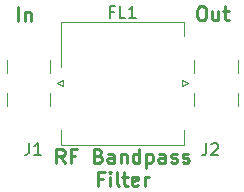
<source format=gbr>
%TF.GenerationSoftware,KiCad,Pcbnew,(6.0.0)*%
%TF.CreationDate,2022-01-16T13:24:38+00:00*%
%TF.ProjectId,RBP-140+,5242502d-3134-4302-9b2e-6b696361645f,rev?*%
%TF.SameCoordinates,Original*%
%TF.FileFunction,Legend,Top*%
%TF.FilePolarity,Positive*%
%FSLAX46Y46*%
G04 Gerber Fmt 4.6, Leading zero omitted, Abs format (unit mm)*
G04 Created by KiCad (PCBNEW (6.0.0)) date 2022-01-16 13:24:38*
%MOMM*%
%LPD*%
G01*
G04 APERTURE LIST*
%ADD10C,0.250000*%
%ADD11C,0.150000*%
%ADD12C,0.120000*%
G04 APERTURE END LIST*
D10*
X141157142Y-94742857D02*
X141157142Y-93542857D01*
X141728571Y-93942857D02*
X141728571Y-94742857D01*
X141728571Y-94057142D02*
X141785714Y-94000000D01*
X141900000Y-93942857D01*
X142071428Y-93942857D01*
X142185714Y-94000000D01*
X142242857Y-94114285D01*
X142242857Y-94742857D01*
X156600000Y-93492857D02*
X156828571Y-93492857D01*
X156942857Y-93550000D01*
X157057142Y-93664285D01*
X157114285Y-93892857D01*
X157114285Y-94292857D01*
X157057142Y-94521428D01*
X156942857Y-94635714D01*
X156828571Y-94692857D01*
X156600000Y-94692857D01*
X156485714Y-94635714D01*
X156371428Y-94521428D01*
X156314285Y-94292857D01*
X156314285Y-93892857D01*
X156371428Y-93664285D01*
X156485714Y-93550000D01*
X156600000Y-93492857D01*
X158142857Y-93892857D02*
X158142857Y-94692857D01*
X157628571Y-93892857D02*
X157628571Y-94521428D01*
X157685714Y-94635714D01*
X157800000Y-94692857D01*
X157971428Y-94692857D01*
X158085714Y-94635714D01*
X158142857Y-94578571D01*
X158542857Y-93892857D02*
X159000000Y-93892857D01*
X158714285Y-93492857D02*
X158714285Y-94521428D01*
X158771428Y-94635714D01*
X158885714Y-94692857D01*
X159000000Y-94692857D01*
X145114285Y-106776857D02*
X144714285Y-106205428D01*
X144428571Y-106776857D02*
X144428571Y-105576857D01*
X144885714Y-105576857D01*
X145000000Y-105634000D01*
X145057142Y-105691142D01*
X145114285Y-105805428D01*
X145114285Y-105976857D01*
X145057142Y-106091142D01*
X145000000Y-106148285D01*
X144885714Y-106205428D01*
X144428571Y-106205428D01*
X146028571Y-106148285D02*
X145628571Y-106148285D01*
X145628571Y-106776857D02*
X145628571Y-105576857D01*
X146200000Y-105576857D01*
X147971428Y-106148285D02*
X148142857Y-106205428D01*
X148200000Y-106262571D01*
X148257142Y-106376857D01*
X148257142Y-106548285D01*
X148200000Y-106662571D01*
X148142857Y-106719714D01*
X148028571Y-106776857D01*
X147571428Y-106776857D01*
X147571428Y-105576857D01*
X147971428Y-105576857D01*
X148085714Y-105634000D01*
X148142857Y-105691142D01*
X148200000Y-105805428D01*
X148200000Y-105919714D01*
X148142857Y-106034000D01*
X148085714Y-106091142D01*
X147971428Y-106148285D01*
X147571428Y-106148285D01*
X149285714Y-106776857D02*
X149285714Y-106148285D01*
X149228571Y-106034000D01*
X149114285Y-105976857D01*
X148885714Y-105976857D01*
X148771428Y-106034000D01*
X149285714Y-106719714D02*
X149171428Y-106776857D01*
X148885714Y-106776857D01*
X148771428Y-106719714D01*
X148714285Y-106605428D01*
X148714285Y-106491142D01*
X148771428Y-106376857D01*
X148885714Y-106319714D01*
X149171428Y-106319714D01*
X149285714Y-106262571D01*
X149857142Y-105976857D02*
X149857142Y-106776857D01*
X149857142Y-106091142D02*
X149914285Y-106034000D01*
X150028571Y-105976857D01*
X150200000Y-105976857D01*
X150314285Y-106034000D01*
X150371428Y-106148285D01*
X150371428Y-106776857D01*
X151457142Y-106776857D02*
X151457142Y-105576857D01*
X151457142Y-106719714D02*
X151342857Y-106776857D01*
X151114285Y-106776857D01*
X151000000Y-106719714D01*
X150942857Y-106662571D01*
X150885714Y-106548285D01*
X150885714Y-106205428D01*
X150942857Y-106091142D01*
X151000000Y-106034000D01*
X151114285Y-105976857D01*
X151342857Y-105976857D01*
X151457142Y-106034000D01*
X152028571Y-105976857D02*
X152028571Y-107176857D01*
X152028571Y-106034000D02*
X152142857Y-105976857D01*
X152371428Y-105976857D01*
X152485714Y-106034000D01*
X152542857Y-106091142D01*
X152600000Y-106205428D01*
X152600000Y-106548285D01*
X152542857Y-106662571D01*
X152485714Y-106719714D01*
X152371428Y-106776857D01*
X152142857Y-106776857D01*
X152028571Y-106719714D01*
X153628571Y-106776857D02*
X153628571Y-106148285D01*
X153571428Y-106034000D01*
X153457142Y-105976857D01*
X153228571Y-105976857D01*
X153114285Y-106034000D01*
X153628571Y-106719714D02*
X153514285Y-106776857D01*
X153228571Y-106776857D01*
X153114285Y-106719714D01*
X153057142Y-106605428D01*
X153057142Y-106491142D01*
X153114285Y-106376857D01*
X153228571Y-106319714D01*
X153514285Y-106319714D01*
X153628571Y-106262571D01*
X154142857Y-106719714D02*
X154257142Y-106776857D01*
X154485714Y-106776857D01*
X154600000Y-106719714D01*
X154657142Y-106605428D01*
X154657142Y-106548285D01*
X154600000Y-106434000D01*
X154485714Y-106376857D01*
X154314285Y-106376857D01*
X154200000Y-106319714D01*
X154142857Y-106205428D01*
X154142857Y-106148285D01*
X154200000Y-106034000D01*
X154314285Y-105976857D01*
X154485714Y-105976857D01*
X154600000Y-106034000D01*
X155114285Y-106719714D02*
X155228571Y-106776857D01*
X155457142Y-106776857D01*
X155571428Y-106719714D01*
X155628571Y-106605428D01*
X155628571Y-106548285D01*
X155571428Y-106434000D01*
X155457142Y-106376857D01*
X155285714Y-106376857D01*
X155171428Y-106319714D01*
X155114285Y-106205428D01*
X155114285Y-106148285D01*
X155171428Y-106034000D01*
X155285714Y-105976857D01*
X155457142Y-105976857D01*
X155571428Y-106034000D01*
X148342857Y-108080285D02*
X147942857Y-108080285D01*
X147942857Y-108708857D02*
X147942857Y-107508857D01*
X148514285Y-107508857D01*
X148971428Y-108708857D02*
X148971428Y-107908857D01*
X148971428Y-107508857D02*
X148914285Y-107566000D01*
X148971428Y-107623142D01*
X149028571Y-107566000D01*
X148971428Y-107508857D01*
X148971428Y-107623142D01*
X149714285Y-108708857D02*
X149600000Y-108651714D01*
X149542857Y-108537428D01*
X149542857Y-107508857D01*
X150000000Y-107908857D02*
X150457142Y-107908857D01*
X150171428Y-107508857D02*
X150171428Y-108537428D01*
X150228571Y-108651714D01*
X150342857Y-108708857D01*
X150457142Y-108708857D01*
X151314285Y-108651714D02*
X151200000Y-108708857D01*
X150971428Y-108708857D01*
X150857142Y-108651714D01*
X150800000Y-108537428D01*
X150800000Y-108080285D01*
X150857142Y-107966000D01*
X150971428Y-107908857D01*
X151200000Y-107908857D01*
X151314285Y-107966000D01*
X151371428Y-108080285D01*
X151371428Y-108194571D01*
X150800000Y-108308857D01*
X151885714Y-108708857D02*
X151885714Y-107908857D01*
X151885714Y-108137428D02*
X151942857Y-108023142D01*
X152000000Y-107966000D01*
X152114285Y-107908857D01*
X152228571Y-107908857D01*
D11*
%TO.C,J1*%
X142116666Y-105052380D02*
X142116666Y-105766666D01*
X142069047Y-105909523D01*
X141973809Y-106004761D01*
X141830952Y-106052380D01*
X141735714Y-106052380D01*
X143116666Y-106052380D02*
X142545238Y-106052380D01*
X142830952Y-106052380D02*
X142830952Y-105052380D01*
X142735714Y-105195238D01*
X142640476Y-105290476D01*
X142545238Y-105338095D01*
%TO.C,FL1*%
X149261904Y-93959571D02*
X148928571Y-93959571D01*
X148928571Y-94483380D02*
X148928571Y-93483380D01*
X149404761Y-93483380D01*
X150261904Y-94483380D02*
X149785714Y-94483380D01*
X149785714Y-93483380D01*
X151119047Y-94483380D02*
X150547619Y-94483380D01*
X150833333Y-94483380D02*
X150833333Y-93483380D01*
X150738095Y-93626238D01*
X150642857Y-93721476D01*
X150547619Y-93769095D01*
%TO.C,J2*%
X157116666Y-105102380D02*
X157116666Y-105816666D01*
X157069047Y-105959523D01*
X156973809Y-106054761D01*
X156830952Y-106102380D01*
X156735714Y-106102380D01*
X157545238Y-105197619D02*
X157592857Y-105150000D01*
X157688095Y-105102380D01*
X157926190Y-105102380D01*
X158021428Y-105150000D01*
X158069047Y-105197619D01*
X158116666Y-105292857D01*
X158116666Y-105388095D01*
X158069047Y-105530952D01*
X157497619Y-106102380D01*
X158116666Y-106102380D01*
D12*
%TO.C,J1*%
X143910000Y-98050000D02*
X143910000Y-99160000D01*
X144960000Y-100250000D02*
X144960000Y-99750000D01*
X144960000Y-99750000D02*
X144460000Y-100000000D01*
X140200000Y-100840000D02*
X140200000Y-101950000D01*
X143910000Y-100840000D02*
X143910000Y-101950000D01*
X144460000Y-100000000D02*
X144960000Y-100250000D01*
X140200000Y-98050000D02*
X140200000Y-99160000D01*
%TO.C,FL1*%
X155200000Y-105200000D02*
X155200000Y-104000000D01*
X155200000Y-105200000D02*
X144800000Y-105200000D01*
X144800000Y-104000000D02*
X144800000Y-105200000D01*
X155200000Y-96000000D02*
X155200000Y-94800000D01*
X144800000Y-94800000D02*
X144800000Y-98600000D01*
X144800000Y-94800000D02*
X155200000Y-94800000D01*
%TO.C,J2*%
X155040000Y-100250000D02*
X155540000Y-100000000D01*
X156090000Y-101950000D02*
X156090000Y-100840000D01*
X155540000Y-100000000D02*
X155040000Y-99750000D01*
X155040000Y-99750000D02*
X155040000Y-100250000D01*
X159800000Y-101950000D02*
X159800000Y-100840000D01*
X159800000Y-99160000D02*
X159800000Y-98050000D01*
X156090000Y-99160000D02*
X156090000Y-98050000D01*
%TD*%
M02*

</source>
